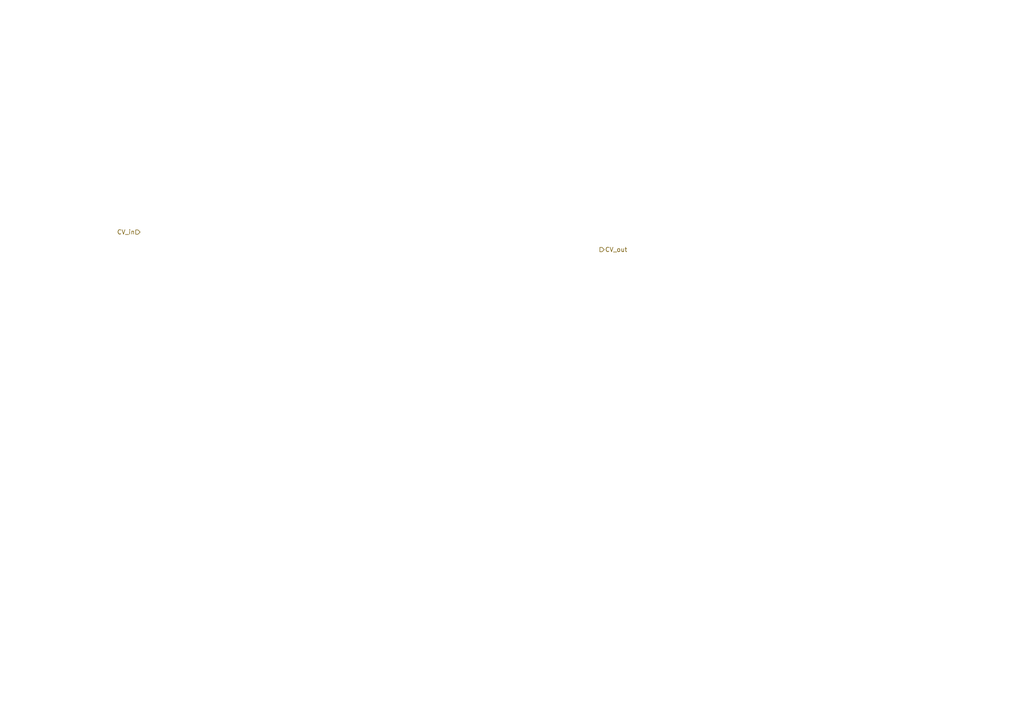
<source format=kicad_sch>
(kicad_sch (version 20230121) (generator eeschema)
  (paper "A4")
  (lib_symbols)
  (hierarchical_label "CV_out" (shape output) (at 173.99 72.39 0))
  (hierarchical_label "CV_in" (shape input) (at 40.64 67.31 180))
)
</source>
